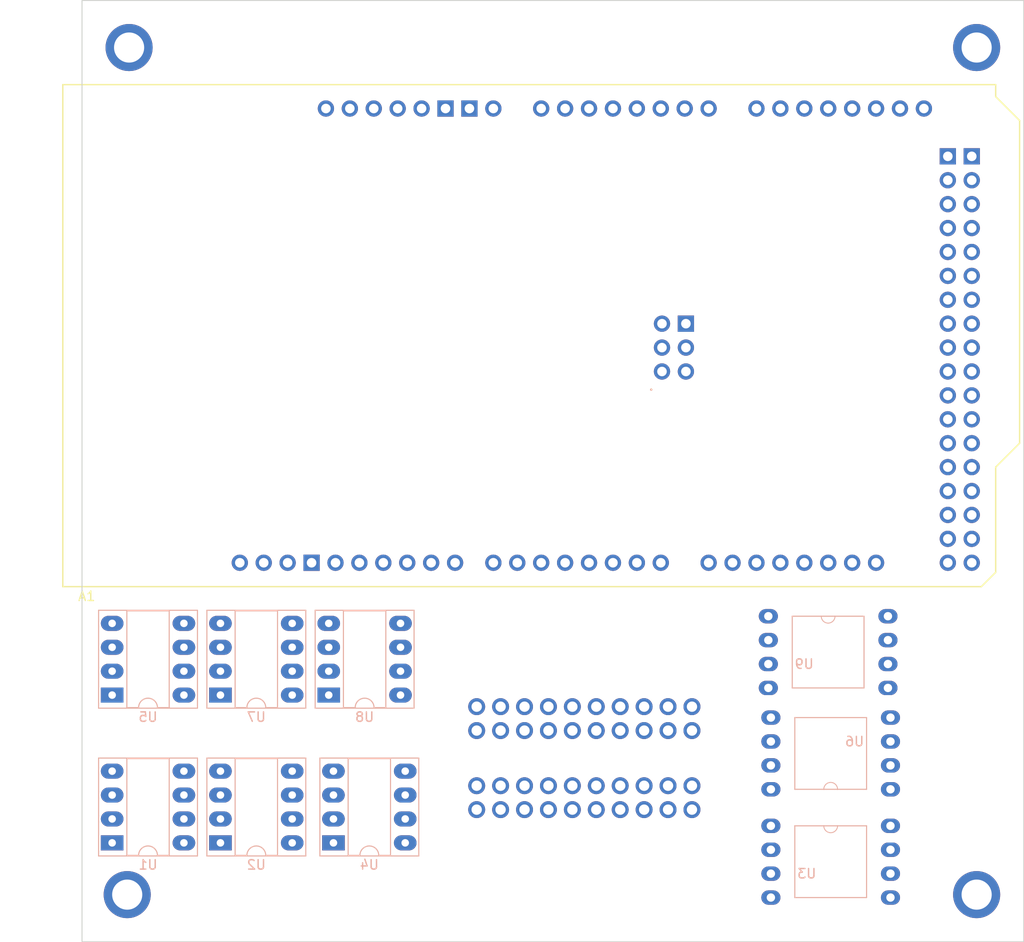
<source format=kicad_pcb>
(kicad_pcb (version 20221018) (generator pcbnew)
  (layers (0 "F.Cu" signal) (31 "B.Cu" signal) (34 "B.Paste" user) (35 "F.Paste" user) (36 "B.SilkS" user "B.Silkscreen") (37 "F.SilkS" user "F.Silkscreen") (38 "B.Mask" user) (39 "F.Mask" user) (44 "Edge.Cuts" user))
  (net 0 "")
  (net 92 "GND")
  (net 93 "+VSW")
  (net 94 "/Coil1")
  (net 95 "/Coil2")
  (net 100 "/Coil3")
  (net 101 "/Coil4")
  (net 102 "/Fuel Relay")
  (net 103 "/Inj1")
  (net 108 "/Inj2")
  (net 109 "/Inj3")
  (net 110 "/Inj4")
  (net 115 "/CrankVr+")
  (net 116 "/CamVr+")
  (net 117 "/CrankHall")
  (net 122 "/CrankVr-")
  (net 123 "/CamHall")
  (net 129 "Net-(U6-Gnd-Pad3)")
  (net 130 "Net-(U6-Out1-Pad5)")
  (net 141 "Net-(U3-Gnd-Pad3)")
  (net 142 "Net-(U3-Out1-Pad5)")
  (net 150 "Net-(U9-Gnd-Pad3)")
  (net 151 "Net-(U9-Out1-Pad5)")
  (footprint "Library:MQS40P" (layer "F.Cu") (at 185.34 133 180)
    (fp_text reference "J1" hide)
    (fp_text value "~")
    (pad "" np_thru_hole circle (at 13.23 10.8 180) (size 2.15 2.15) (drill 2.15) (layers "F&B.Cu" "*.Mask"))
    (pad "1" thru_hole circle (at -11.43 5.47 90) (size 1.8 1.8) (drill 1.1) (layers "*.Cu" "*.Mask") (net 115 "/CrankVr+"))
    (pad "2" thru_hole circle (at -8.89 5.47 90) (size 1.8 1.8) (drill 1.1) (layers "*.Cu" "*.Mask") (net 116 "/CamVr+"))
    (pad "3" thru_hole circle (at -6.35 5.47 90) (size 1.8 1.8) (drill 1.1) (layers "*.Cu" "*.Mask") (net 117 "/CrankHall"))
    (pad "4" thru_hole circle (at -3.81 5.47 90) (size 1.8 1.8) (drill 1.1) (layers "*.Cu" "*.Mask"))
    (pad "5" thru_hole circle (at -1.27 5.47 90) (size 1.8 1.8) (drill 1.1) (layers "*.Cu" "*.Mask"))
    (pad "6" thru_hole circle (at 1.27 5.47 90) (size 1.8 1.8) (drill 1.1) (layers "*.Cu" "*.Mask"))
    (pad "7" thru_hole circle (at 3.81 5.47 90) (size 1.8 1.8) (drill 1.1) (layers "*.Cu" "*.Mask"))
    (pad "8" thru_hole circle (at 6.35 5.47 90) (size 1.8 1.8) (drill 1.1) (layers "*.Cu" "*.Mask"))
    (pad "9" thru_hole circle (at 8.89 5.47 90) (size 1.8 1.8) (drill 1.1) (layers "*.Cu" "*.Mask"))
    (pad "10" thru_hole circle (at 11.43 5.47 90) (size 1.8 1.8) (drill 1.1) (layers "*.Cu" "*.Mask"))
    (pad "11" thru_hole circle (at -11.43 2.93 90) (size 1.8 1.8) (drill 1.1) (layers "*.Cu" "*.Mask") (net 122 "/CrankVr-"))
    (pad "12" thru_hole circle (at -8.89 2.93 90) (size 1.8 1.8) (drill 1.1) (layers "*.Cu" "*.Mask") (net 116 "/CamVr+"))
    (pad "13" thru_hole circle (at -6.35 2.93 90) (size 1.8 1.8) (drill 1.1) (layers "*.Cu" "*.Mask") (net 123 "/CamHall"))
    (pad "14" thru_hole circle (at -3.81 2.93 90) (size 1.8 1.8) (drill 1.1) (layers "*.Cu" "*.Mask"))
    (pad "15" thru_hole circle (at -1.27 2.93 90) (size 1.8 1.8) (drill 1.1) (layers "*.Cu" "*.Mask"))
    (pad "16" thru_hole circle (at 1.27 2.93 90) (size 1.8 1.8) (drill 1.1) (layers "*.Cu" "*.Mask"))
    (pad "17" thru_hole circle (at 3.81 2.93 90) (size 1.8 1.8) (drill 1.1) (layers "*.Cu" "*.Mask"))
    (pad "18" thru_hole circle (at 6.35 2.93 90) (size 1.8 1.8) (drill 1.1) (layers "*.Cu" "*.Mask"))
    (pad "19" thru_hole circle (at 8.89 2.93 90) (size 1.8 1.8) (drill 1.1) (layers "*.Cu" "*.Mask"))
    (pad "20" thru_hole circle (at 11.43 2.93 90) (size 1.8 1.8) (drill 1.1) (layers "*.Cu" "*.Mask"))
    (pad "21" thru_hole circle (at -11.43 -2.93 90) (size 1.8 1.8) (drill 1.1) (layers "*.Cu" "*.Mask") (net 92 "GND"))
    (pad "22" thru_hole circle (at -8.89 -2.93 90) (size 1.8 1.8) (drill 1.1) (layers "*.Cu" "*.Mask") (net 93 "+VSW"))
    (pad "23" thru_hole circle (at -6.35 -2.93 90) (size 1.8 1.8) (drill 1.1) (layers "*.Cu" "*.Mask") (net 94 "/Coil1"))
    (pad "24" thru_hole circle (at -3.81 -2.93 90) (size 1.8 1.8) (drill 1.1) (layers "*.Cu" "*.Mask") (net 95 "/Coil2"))
    (pad "25" thru_hole circle (at -1.27 -2.93 90) (size 1.8 1.8) (drill 1.1) (layers "*.Cu" "*.Mask") (net 100 "/Coil3"))
    (pad "26" thru_hole circle (at 1.27 -2.93 90) (size 1.8 1.8) (drill 1.1) (layers "*.Cu" "*.Mask") (net 101 "/Coil4"))
    (pad "27" thru_hole circle (at 3.81 -2.93 90) (size 1.8 1.8) (drill 1.1) (layers "*.Cu" "*.Mask"))
    (pad "28" thru_hole circle (at 6.35 -2.93 90) (size 1.8 1.8) (drill 1.1) (layers "*.Cu" "*.Mask"))
    (pad "29" thru_hole circle (at 8.89 -2.93 90) (size 1.8 1.8) (drill 1.1) (layers "*.Cu" "*.Mask"))
    (pad "30" thru_hole circle (at 11.43 -2.93 90) (size 1.8 1.8) (drill 1.1) (layers "*.Cu" "*.Mask"))
    (pad "31" thru_hole circle (at -11.43 -5.47 90) (size 1.8 1.8) (drill 1.1) (layers "*.Cu" "*.Mask") (net 92 "GND"))
    (pad "32" thru_hole circle (at -8.89 -5.47 90) (size 1.8 1.8) (drill 1.1) (layers "*.Cu" "*.Mask") (net 102 "/Fuel Relay"))
    (pad "33" thru_hole circle (at -6.35 -5.47 90) (size 1.8 1.8) (drill 1.1) (layers "*.Cu" "*.Mask") (net 103 "/Inj1"))
    (pad "34" thru_hole circle (at -3.81 -5.47 90) (size 1.8 1.8) (drill 1.1) (layers "*.Cu" "*.Mask") (net 108 "/Inj2"))
    (pad "35" thru_hole circle (at -1.27 -5.47 90) (size 1.8 1.8) (drill 1.1) (layers "*.Cu" "*.Mask") (net 109 "/Inj3"))
    (pad "36" thru_hole circle (at 1.27 -5.47 90) (size 1.8 1.8) (drill 1.1) (layers "*.Cu" "*.Mask") (net 110 "/Inj4"))
    (pad "37" thru_hole circle (at 3.81 -5.47 90) (size 1.8 1.8) (drill 1.1) (layers "*.Cu" "*.Mask"))
    (pad "38" thru_hole circle (at 6.35 -5.47 90) (size 1.8 1.8) (drill 1.1) (layers "*.Cu" "*.Mask"))
    (pad "39" thru_hole circle (at 8.89 -5.47 90) (size 1.8 1.8) (drill 1.1) (layers "*.Cu" "*.Mask"))
    (pad "40" thru_hole circle (at 11.43 -5.47 90) (size 1.8 1.8) (drill 1.1) (layers "*.Cu" "*.Mask"))
  )
  (footprint "Package_DIP:DIP-8_W7.62mm_Socket_LongPads" (layer "B.Cu") (at 146.7 142)
    (fp_text reference "U2" (at 3.81 2.33) (layer "B.SilkS") (effects (justify mirror)))
    (fp_text value "LS_Driverv2")
    (fp_line (start -1.44 -9.01) (end 9.06 -9.01) (stroke (width 0.12)) (layer "B.SilkS"))
    (fp_line (start -1.44 1.39) (end -1.44 -9.01) (stroke (width 0.12)) (layer "B.SilkS"))
    (fp_line (start 1.56 -8.95) (end 6.06 -8.95) (stroke (width 0.12)) (layer "B.SilkS"))
    (fp_line (start 1.56 1.33) (end 1.56 -8.95) (stroke (width 0.12)) (layer "B.SilkS"))
    (fp_line (start 2.81 1.33) (end 1.56 1.33) (stroke (width 0.12)) (layer "B.SilkS"))
    (fp_line (start 6.06 -8.95) (end 6.06 1.33) (stroke (width 0.12)) (layer "B.SilkS"))
    (fp_line (start 6.06 1.33) (end 4.81 1.33) (stroke (width 0.12)) (layer "B.SilkS"))
    (fp_line (start 9.06 -9.01) (end 9.06 1.39) (stroke (width 0.12)) (layer "B.SilkS"))
    (fp_line (start 9.06 1.39) (end -1.44 1.39) (stroke (width 0.12)) (layer "B.SilkS"))
    (fp_arc (start 2.81 1.33) (mid 3.81 0.33) (end 4.81 1.33) (stroke (width 0.12)) (layer "B.SilkS"))
    (pad "1" thru_hole rect (at 0 0) (size 2.4 1.6) (drill 0.8) (layers "*.Cu" "*.Mask"))
    (pad "2" thru_hole oval (at 0 -2.54) (size 2.4 1.6) (drill 0.8) (layers "*.Cu" "*.Mask"))
    (pad "3" thru_hole oval (at 0 -5.08) (size 2.4 1.6) (drill 0.8) (layers "*.Cu" "*.Mask") (net 92 "GND"))
    (pad "4" thru_hole oval (at 0 -7.62) (size 2.4 1.6) (drill 0.8) (layers "*.Cu" "*.Mask") (net 92 "GND"))
    (pad "5" thru_hole oval (at 7.62 -7.62) (size 2.4 1.6) (drill 0.8) (layers "*.Cu" "*.Mask") (net 103 "/Inj1"))
    (pad "6" thru_hole oval (at 7.62 -5.08) (size 2.4 1.6) (drill 0.8) (layers "*.Cu" "*.Mask") (net 103 "/Inj1"))
    (pad "7" thru_hole oval (at 7.62 -2.54) (size 2.4 1.6) (drill 0.8) (layers "*.Cu" "*.Mask") (net 93 "+VSW"))
    (pad "8" thru_hole oval (at 7.62 0) (size 2.4 1.6) (drill 0.8) (layers "*.Cu" "*.Mask"))
  )
  (footprint "Package_DIP:DIP-8_W7.62mm_Socket_LongPads" (layer "B.Cu") (at 135.2 142)
    (fp_text reference "U1" (at 3.81 2.33) (layer "B.SilkS") (effects (justify mirror)))
    (fp_text value "LS_Driverv2")
    (fp_line (start -1.44 -9.01) (end 9.06 -9.01) (stroke (width 0.12)) (layer "B.SilkS"))
    (fp_line (start -1.44 1.39) (end -1.44 -9.01) (stroke (width 0.12)) (layer "B.SilkS"))
    (fp_line (start 1.56 -8.95) (end 6.06 -8.95) (stroke (width 0.12)) (layer "B.SilkS"))
    (fp_line (start 1.56 1.33) (end 1.56 -8.95) (stroke (width 0.12)) (layer "B.SilkS"))
    (fp_line (start 2.81 1.33) (end 1.56 1.33) (stroke (width 0.12)) (layer "B.SilkS"))
    (fp_line (start 6.06 -8.95) (end 6.06 1.33) (stroke (width 0.12)) (layer "B.SilkS"))
    (fp_line (start 6.06 1.33) (end 4.81 1.33) (stroke (width 0.12)) (layer "B.SilkS"))
    (fp_line (start 9.06 -9.01) (end 9.06 1.39) (stroke (width 0.12)) (layer "B.SilkS"))
    (fp_line (start 9.06 1.39) (end -1.44 1.39) (stroke (width 0.12)) (layer "B.SilkS"))
    (fp_arc (start 2.81 1.33) (mid 3.81 0.33) (end 4.81 1.33) (stroke (width 0.12)) (layer "B.SilkS"))
    (pad "1" thru_hole rect (at 0 0) (size 2.4 1.6) (drill 0.8) (layers "*.Cu" "*.Mask"))
    (pad "2" thru_hole oval (at 0 -2.54) (size 2.4 1.6) (drill 0.8) (layers "*.Cu" "*.Mask"))
    (pad "3" thru_hole oval (at 0 -5.08) (size 2.4 1.6) (drill 0.8) (layers "*.Cu" "*.Mask") (net 92 "GND"))
    (pad "4" thru_hole oval (at 0 -7.62) (size 2.4 1.6) (drill 0.8) (layers "*.Cu" "*.Mask") (net 92 "GND"))
    (pad "5" thru_hole oval (at 7.62 -7.62) (size 2.4 1.6) (drill 0.8) (layers "*.Cu" "*.Mask") (net 103 "/Inj1"))
    (pad "6" thru_hole oval (at 7.62 -5.08) (size 2.4 1.6) (drill 0.8) (layers "*.Cu" "*.Mask") (net 103 "/Inj1"))
    (pad "7" thru_hole oval (at 7.62 -2.54) (size 2.4 1.6) (drill 0.8) (layers "*.Cu" "*.Mask") (net 93 "+VSW"))
    (pad "8" thru_hole oval (at 7.62 0) (size 2.4 1.6) (drill 0.8) (layers "*.Cu" "*.Mask"))
  )
  (footprint "PCM_arduino-library:Arduino_Mega2560_R3_Shield" (layer "B.Cu") (at 129.96 61.44)
    (fp_text reference "A1" (at 2.54 54.356) (layer "F.SilkS"))
    (fp_text value "Arduino_Mega2560_R3_Shield")
    (fp_text user "." (at 62.484 32.004) (layer "B.SilkS") (effects (justify mirror)))
    (fp_text user "." (at 62.484 32.004) (layer "F.SilkS") (effects (justify mirror)))
    (fp_line (start 0 0) (end 99.06 0) (stroke (width 0.15)) (layer "F.SilkS"))
    (fp_line (start 0 53.34) (end 0 0) (stroke (width 0.15)) (layer "F.SilkS"))
    (fp_line (start 0 53.34) (end 97.536 53.34) (stroke (width 0.15)) (layer "F.SilkS"))
    (fp_line (start 97.536 53.34) (end 99.06 51.816) (stroke (width 0.15)) (layer "F.SilkS"))
    (fp_line (start 99.06 0) (end 99.06 1.27) (stroke (width 0.15)) (layer "F.SilkS"))
    (fp_line (start 99.06 1.27) (end 101.6 3.81) (stroke (width 0.15)) (layer "F.SilkS"))
    (fp_line (start 99.06 40.64) (end 99.06 51.816) (stroke (width 0.15)) (layer "F.SilkS"))
    (fp_line (start 101.6 3.81) (end 101.6 38.1) (stroke (width 0.15)) (layer "F.SilkS"))
    (fp_line (start 101.6 38.1) (end 99.06 40.64) (stroke (width 0.15)) (layer "F.SilkS"))
    (pad "" np_thru_hole circle (at 13.97 2.54) (size 3.2 3.2) (drill 3.2) (layers "*.Cu" "*.Mask"))
    (pad "" np_thru_hole circle (at 15.24 50.8) (size 3.2 3.2) (drill 3.2) (layers "*.Cu" "*.Mask"))
    (pad "" thru_hole oval (at 27.94 2.54) (size 1.7272 1.7272) (drill 1.016) (layers "*.Cu" "*.Mask"))
    (pad "" np_thru_hole circle (at 66.04 7.62) (size 3.2 3.2) (drill 3.2) (layers "*.Cu" "*.Mask"))
    (pad "" np_thru_hole circle (at 66.04 35.56) (size 3.2 3.2) (drill 3.2) (layers "*.Cu" "*.Mask"))
    (pad "" np_thru_hole circle (at 90.17 50.8) (size 3.2 3.2) (drill 3.2) (layers "*.Cu" "*.Mask"))
    (pad "" np_thru_hole circle (at 96.52 2.54) (size 3.2 3.2) (drill 3.2) (layers "*.Cu" "*.Mask"))
    (pad "3V3" thru_hole oval (at 35.56 2.54) (size 1.7272 1.7272) (drill 1.016) (layers "*.Cu" "*.Mask"))
    (pad "5V1" thru_hole oval (at 38.1 2.54) (size 1.7272 1.7272) (drill 1.016) (layers "*.Cu" "*.Mask"))
    (pad "5V2" thru_hole oval (at 66.167 30.48) (size 1.7272 1.7272) (drill 1.016) (layers "*.Cu" "*.Mask"))
    (pad "5V3" thru_hole oval (at 93.98 50.8) (size 1.7272 1.7272) (drill 1.016) (layers "*.Cu" "*.Mask"))
    (pad "5V4" thru_hole oval (at 96.52 50.8) (size 1.7272 1.7272) (drill 1.016) (layers "*.Cu" "*.Mask"))
    (pad "A0" thru_hole oval (at 50.8 2.54) (size 1.7272 1.7272) (drill 1.016) (layers "*.Cu" "*.Mask"))
    (pad "A1" thru_hole oval (at 53.34 2.54) (size 1.7272 1.7272) (drill 1.016) (layers "*.Cu" "*.Mask"))
    (pad "A2" thru_hole oval (at 55.88 2.54) (size 1.7272 1.7272) (drill 1.016) (layers "*.Cu" "*.Mask"))
    (pad "A3" thru_hole oval (at 58.42 2.54) (size 1.7272 1.7272) (drill 1.016) (layers "*.Cu" "*.Mask"))
    (pad "A4" thru_hole oval (at 60.96 2.54) (size 1.7272 1.7272) (drill 1.016) (layers "*.Cu" "*.Mask"))
    (pad "A5" thru_hole oval (at 63.5 2.54) (size 1.7272 1.7272) (drill 1.016) (layers "*.Cu" "*.Mask"))
    (pad "A6" thru_hole oval (at 66.04 2.54) (size 1.7272 1.7272) (drill 1.016) (layers "*.Cu" "*.Mask"))
    (pad "A7" thru_hole oval (at 68.58 2.54) (size 1.7272 1.7272) (drill 1.016) (layers "*.Cu" "*.Mask"))
    (pad "A8" thru_hole oval (at 73.66 2.54) (size 1.7272 1.7272) (drill 1.016) (layers "*.Cu" "*.Mask"))
    (pad "A9" thru_hole oval (at 76.2 2.54) (size 1.7272 1.7272) (drill 1.016) (layers "*.Cu" "*.Mask"))
    (pad "A10" thru_hole oval (at 78.74 2.54) (size 1.7272 1.7272) (drill 1.016) (layers "*.Cu" "*.Mask"))
    (pad "A11" thru_hole oval (at 81.28 2.54) (size 1.7272 1.7272) (drill 1.016) (layers "*.Cu" "*.Mask"))
    (pad "A12" thru_hole oval (at 83.82 2.54) (size 1.7272 1.7272) (drill 1.016) (layers "*.Cu" "*.Mask"))
    (pad "A13" thru_hole oval (at 86.36 2.54) (size 1.7272 1.7272) (drill 1.016) (layers "*.Cu" "*.Mask"))
    (pad "A14" thru_hole oval (at 88.9 2.54) (size 1.7272 1.7272) (drill 1.016) (layers "*.Cu" "*.Mask"))
    (pad "A15" thru_hole oval (at 91.44 2.54) (size 1.7272 1.7272) (drill 1.016) (layers "*.Cu" "*.Mask"))
    (pad "AREF" thru_hole oval (at 23.876 50.8) (size 1.7272 1.7272) (drill 1.016) (layers "*.Cu" "*.Mask"))
    (pad "D0" thru_hole oval (at 63.5 50.8) (size 1.7272 1.7272) (drill 1.016) (layers "*.Cu" "*.Mask"))
    (pad "D1" thru_hole oval (at 60.96 50.8) (size 1.7272 1.7272) (drill 1.016) (layers "*.Cu" "*.Mask"))
    (pad "D2" thru_hole oval (at 58.42 50.8) (size 1.7272 1.7272) (drill 1.016) (layers "*.Cu" "*.Mask"))
    (pad "D3" thru_hole oval (at 55.88 50.8) (size 1.7272 1.7272) (drill 1.016) (layers "*.Cu" "*.Mask"))
    (pad "D4" thru_hole oval (at 53.34 50.8) (size 1.7272 1.7272) (drill 1.016) (layers "*.Cu" "*.Mask"))
    (pad "D5" thru_hole oval (at 50.8 50.8) (size 1.7272 1.7272) (drill 1.016) (layers "*.Cu" "*.Mask"))
    (pad "D6" thru_hole oval (at 48.26 50.8) (size 1.7272 1.7272) (drill 1.016) (layers "*.Cu" "*.Mask"))
    (pad "D7" thru_hole oval (at 45.72 50.8) (size 1.7272 1.7272) (drill 1.016) (layers "*.Cu" "*.Mask"))
    (pad "D8" thru_hole oval (at 41.656 50.8) (size 1.7272 1.7272) (drill 1.016) (layers "*.Cu" "*.Mask"))
    (pad "D9" thru_hole oval (at 39.116 50.8) (size 1.7272 1.7272) (drill 1.016) (layers "*.Cu" "*.Mask"))
    (pad "D10" thru_hole oval (at 36.576 50.8) (size 1.7272 1.7272) (drill 1.016) (layers "*.Cu" "*.Mask"))
    (pad "D11" thru_hole oval (at 34.036 50.8) (size 1.7272 1.7272) (drill 1.016) (layers "*.Cu" "*.Mask"))
    (pad "D12" thru_hole oval (at 31.496 50.8) (size 1.7272 1.7272) (drill 1.016) (layers "*.Cu" "*.Mask"))
    (pad "D13" thru_hole oval (at 28.956 50.8) (size 1.7272 1.7272) (drill 1.016) (layers "*.Cu" "*.Mask"))
    (pad "D14" thru_hole oval (at 68.58 50.8) (size 1.7272 1.7272) (drill 1.016) (layers "*.Cu" "*.Mask"))
    (pad "D15" thru_hole oval (at 71.12 50.8) (size 1.7272 1.7272) (drill 1.016) (layers "*.Cu" "*.Mask"))
    (pad "D16" thru_hole oval (at 73.66 50.8) (size 1.7272 1.7272) (drill 1.016) (layers "*.Cu" "*.Mask"))
    (pad "D17" thru_hole oval (at 76.2 50.8) (size 1.7272 1.7272) (drill 1.016) (layers "*.Cu" "*.Mask"))
    (pad "D18" thru_hole oval (at 78.74 50.8) (size 1.7272 1.7272) (drill 1.016) (layers "*.Cu" "*.Mask"))
    (pad "D19" thru_hole oval (at 81.28 50.8) (size 1.7272 1.7272) (drill 1.016) (layers "*.Cu" "*.Mask"))
    (pad "D20" thru_hole oval (at 83.82 50.8) (size 1.7272 1.7272) (drill 1.016) (layers "*.Cu" "*.Mask"))
    (pad "D21" thru_hole oval (at 86.36 50.8) (size 1.7272 1.7272) (drill 1.016) (layers "*.Cu" "*.Mask"))
    (pad "D22" thru_hole oval (at 93.98 48.26) (size 1.7272 1.7272) (drill 1.016) (layers "*.Cu" "*.Mask"))
    (pad "D23" thru_hole oval (at 96.52 48.26) (size 1.7272 1.7272) (drill 1.016) (layers "*.Cu" "*.Mask"))
    (pad "D24" thru_hole oval (at 93.98 45.72) (size 1.7272 1.7272) (drill 1.016) (layers "*.Cu" "*.Mask"))
    (pad "D25" thru_hole oval (at 96.52 45.72) (size 1.7272 1.7272) (drill 1.016) (layers "*.Cu" "*.Mask"))
    (pad "D26" thru_hole oval (at 93.98 43.18) (size 1.7272 1.7272) (drill 1.016) (layers "*.Cu" "*.Mask"))
    (pad "D27" thru_hole oval (at 96.52 43.18) (size 1.7272 1.7272) (drill 1.016) (layers "*.Cu" "*.Mask"))
    (pad "D28" thru_hole oval (at 93.98 40.64) (size 1.7272 1.7272) (drill 1.016) (layers "*.Cu" "*.Mask"))
    (pad "D29" thru_hole oval (at 96.52 40.64) (size 1.7272 1.7272) (drill 1.016) (layers "*.Cu" "*.Mask"))
    (pad "D30" thru_hole oval (at 93.98 38.1) (size 1.7272 1.7272) (drill 1.016) (layers "*.Cu" "*.Mask"))
    (pad "D31" thru_hole oval (at 96.52 38.1) (size 1.7272 1.7272) (drill 1.016) (layers "*.Cu" "*.Mask"))
    (pad "D32" thru_hole oval (at 93.98 35.56) (size 1.7272 1.7272) (drill 1.016) (layers "*.Cu" "*.Mask"))
    (pad "D33" thru_hole oval (at 96.52 35.56) (size 1.7272 1.7272) (drill 1.016) (layers "*.Cu" "*.Mask"))
    (pad "D34" thru_hole oval (at 93.98 33.02) (size 1.7272 1.7272) (drill 1.016) (layers "*.Cu" "*.Mask"))
    (pad "D35" thru_hole oval (at 96.52 33.02) (size 1.7272 1.7272) (drill 1.016) (layers "*.Cu" "*.Mask"))
    (pad "D36" thru_hole oval (at 93.98 30.48) (size 1.7272 1.7272) (drill 1.016) (layers "*.Cu" "*.Mask"))
    (pad "D37" thru_hole oval (at 96.52 30.48) (size 1.7272 1.7272) (drill 1.016) (layers "*.Cu" "*.Mask"))
    (pad "D38" thru_hole oval (at 93.98 27.94) (size 1.7272 1.7272) (drill 1.016) (layers "*.Cu" "*.Mask"))
    (pad "D39" thru_hole oval (at 96.52 27.94) (size 1.7272 1.7272) (drill 1.016) (layers "*.Cu" "*.Mask"))
    (pad "D40" thru_hole oval (at 93.98 25.4) (size 1.7272 1.7272) (drill 1.016) (layers "*.Cu" "*.Mask"))
    (pad "D41" thru_hole oval (at 96.52 25.4) (size 1.7272 1.7272) (drill 1.016) (layers "*.Cu" "*.Mask"))
    (pad "D42" thru_hole oval (at 93.98 22.86) (size 1.7272 1.7272) (drill 1.016) (layers "*.Cu" "*.Mask"))
    (pad "D43" thru_hole oval (at 96.52 22.86) (size 1.7272 1.7272) (drill 1.016) (layers "*.Cu" "*.Mask"))
    (pad "D44" thru_hole oval (at 93.98 20.32) (size 1.7272 1.7272) (drill 1.016) (layers "*.Cu" "*.Mask"))
    (pad "D45" thru_hole oval (at 96.52 20.32) (size 1.7272 1.7272) (drill 1.016) (layers "*.Cu" "*.Mask"))
    (pad "D46" thru_hole oval (at 93.98 17.78) (size 1.7272 1.7272) (drill 1.016) (layers "*.Cu" "*.Mask"))
    (pad "D47" thru_hole oval (at 96.52 17.78) (size 1.7272 1.7272) (drill 1.016) (layers "*.Cu" "*.Mask"))
    (pad "D48" thru_hole oval (at 93.98 15.24) (size 1.7272 1.7272) (drill 1.016) (layers "*.Cu" "*.Mask"))
    (pad "D49" thru_hole oval (at 96.52 15.24) (size 1.7272 1.7272) (drill 1.016) (layers "*.Cu" "*.Mask"))
    (pad "D50" thru_hole oval (at 93.98 12.7) (size 1.7272 1.7272) (drill 1.016) (layers "*.Cu" "*.Mask"))
    (pad "D51" thru_hole oval (at 96.52 12.7) (size 1.7272 1.7272) (drill 1.016) (layers "*.Cu" "*.Mask"))
    (pad "D52" thru_hole oval (at 93.98 10.16) (size 1.7272 1.7272) (drill 1.016) (layers "*.Cu" "*.Mask"))
    (pad "D53" thru_hole oval (at 96.52 10.16) (size 1.7272 1.7272) (drill 1.016) (layers "*.Cu" "*.Mask"))
    (pad "GND1" thru_hole rect (at 26.416 50.8) (size 1.7272 1.7272) (drill 1.016) (layers "*.Cu" "*.Mask"))
    (pad "GND2" thru_hole rect (at 40.64 2.54) (size 1.7272 1.7272) (drill 1.016) (layers "*.Cu" "*.Mask"))
    (pad "GND3" thru_hole rect (at 43.18 2.54) (size 1.7272 1.7272) (drill 1.016) (layers "*.Cu" "*.Mask"))
    (pad "GND4" thru_hole rect (at 66.167 25.4) (size 1.7272 1.7272) (drill 1.016) (layers "*.Cu" "*.Mask"))
    (pad "GND5" thru_hole rect (at 93.98 7.62) (size 1.7272 1.7272) (drill 1.016) (layers "*.Cu" "*.Mask"))
    (pad "GND6" thru_hole rect (at 96.52 7.62) (size 1.7272 1.7272) (drill 1.016) (layers "*.Cu" "*.Mask"))
    (pad "IORF" thru_hole oval (at 30.48 2.54) (size 1.7272 1.7272) (drill 1.016) (layers "*.Cu" "*.Mask"))
    (pad "MISO" thru_hole oval (at 63.627 30.48) (size 1.7272 1.7272) (drill 1.016) (layers "*.Cu" "*.Mask"))
    (pad "MOSI" thru_hole oval (at 66.167 27.94) (size 1.7272 1.7272) (drill 1.016) (layers "*.Cu" "*.Mask"))
    (pad "RST1" thru_hole oval (at 33.02 2.54) (size 1.7272 1.7272) (drill 1.016) (layers "*.Cu" "*.Mask"))
    (pad "RST2" thru_hole oval (at 63.627 25.4) (size 1.7272 1.7272) (drill 1.016) (layers "*.Cu" "*.Mask"))
    (pad "SCK" thru_hole oval (at 63.627 27.94) (size 1.7272 1.7272) (drill 1.016) (layers "*.Cu" "*.Mask"))
    (pad "SCL" thru_hole oval (at 18.796 50.8) (size 1.7272 1.7272) (drill 1.016) (layers "*.Cu" "*.Mask"))
    (pad "SDA" thru_hole oval (at 21.336 50.8) (size 1.7272 1.7272) (drill 1.016) (layers "*.Cu" "*.Mask"))
    (pad "VIN" thru_hole oval (at 45.72 2.54) (size 1.7272 1.7272) (drill 1.016) (layers "*.Cu" "*.Mask"))
  )
  (footprint "ModEFI_Modules:Sw_driverV1" (layer "B.Cu") (at 212.5 123 180)
    (fp_text reference "U9" (at 3.81 0) (layer "B.SilkS") (effects (justify mirror)))
    (fp_text value "Sw_driverV1")
    (fp_line (start -2.54 -2.54) (end 5.08 -2.54) (stroke (width 0.12)) (layer "B.SilkS"))
    (fp_line (start -2.54 5.08) (end -2.54 -2.54) (stroke (width 0.12)) (layer "B.SilkS"))
    (fp_line (start 5.08 -2.54) (end 5.08 5.08) (stroke (width 0.12)) (layer "B.SilkS"))
    (fp_line (start 5.08 5.08) (end -2.54 5.08) (stroke (width 0.12)) (layer "B.SilkS"))
    (fp_arc (start 0.539973 5.098962) (mid 1.270519 4.349727) (end 1.999999 5.1) (stroke (width 0.1)) (layer "B.SilkS"))
    (pad "1" thru_hole oval (at -5.08 5.08 180) (size 2.032 1.524) (drill 0.889) (layers "*.Cu" "*.Mask"))
    (pad "2" thru_hole oval (at -5.08 2.54 180) (size 2.032 1.524) (drill 0.889) (layers "*.Cu" "*.Mask"))
    (pad "3" thru_hole oval (at -5.08 0 180) (size 2.032 1.524) (drill 0.889) (layers "*.Cu" "*.Mask") (net 150 "Net-(U9-Gnd-Pad3)"))
    (pad "4" thru_hole oval (at -5.08 -2.54 180) (size 2.032 1.524) (drill 0.889) (layers "*.Cu" "*.Mask") (net 150 "Net-(U9-Gnd-Pad3)"))
    (pad "5" thru_hole oval (at 7.62 5.08 180) (size 2.032 1.524) (drill 0.889) (layers "*.Cu" "*.Mask") (net 151 "Net-(U9-Out1-Pad5)"))
    (pad "6" thru_hole oval (at 7.62 2.54 180) (size 2.032 1.524) (drill 0.889) (layers "*.Cu" "*.Mask") (net 151 "Net-(U9-Out1-Pad5)"))
    (pad "7" thru_hole oval (at 7.62 0 180) (size 2.032 1.524) (drill 0.889) (layers "*.Cu" "*.Mask"))
    (pad "8" thru_hole oval (at 7.62 -2.54 180) (size 2.032 1.524) (drill 0.889) (layers "*.Cu" "*.Mask"))
  )
  (footprint "ModEFI_Modules:Sw_driverV1" (layer "B.Cu") (at 212.77 145.27 180)
    (fp_text reference "U3" (at 3.81 0) (layer "B.SilkS") (effects (justify mirror)))
    (fp_text value "Sw_driverV1")
    (fp_line (start -2.54 -2.54) (end 5.08 -2.54) (stroke (width 0.12)) (layer "B.SilkS"))
    (fp_line (start -2.54 5.08) (end -2.54 -2.54) (stroke (width 0.12)) (layer "B.SilkS"))
    (fp_line (start 5.08 -2.54) (end 5.08 5.08) (stroke (width 0.12)) (layer "B.SilkS"))
    (fp_line (start 5.08 5.08) (end -2.54 5.08) (stroke (width 0.12)) (layer "B.SilkS"))
    (fp_arc (start 0.539973 5.098962) (mid 1.270519 4.349727) (end 1.999999 5.1) (stroke (width 0.1)) (layer "B.SilkS"))
    (pad "1" thru_hole oval (at -5.08 5.08 180) (size 2.032 1.524) (drill 0.889) (layers "*.Cu" "*.Mask"))
    (pad "2" thru_hole oval (at -5.08 2.54 180) (size 2.032 1.524) (drill 0.889) (layers "*.Cu" "*.Mask"))
    (pad "3" thru_hole oval (at -5.08 0 180) (size 2.032 1.524) (drill 0.889) (layers "*.Cu" "*.Mask") (net 141 "Net-(U3-Gnd-Pad3)"))
    (pad "4" thru_hole oval (at -5.08 -2.54 180) (size 2.032 1.524) (drill 0.889) (layers "*.Cu" "*.Mask") (net 141 "Net-(U3-Gnd-Pad3)"))
    (pad "5" thru_hole oval (at 7.62 5.08 180) (size 2.032 1.524) (drill 0.889) (layers "*.Cu" "*.Mask") (net 142 "Net-(U3-Out1-Pad5)"))
    (pad "6" thru_hole oval (at 7.62 2.54 180) (size 2.032 1.524) (drill 0.889) (layers "*.Cu" "*.Mask") (net 142 "Net-(U3-Out1-Pad5)"))
    (pad "7" thru_hole oval (at 7.62 0 180) (size 2.032 1.524) (drill 0.889) (layers "*.Cu" "*.Mask"))
    (pad "8" thru_hole oval (at 7.62 -2.54 180) (size 2.032 1.524) (drill 0.889) (layers "*.Cu" "*.Mask"))
  )
  (footprint "ModEFI_Modules:Sw_driverV1" (layer "B.Cu") (at 210.23 131.23)
    (fp_text reference "U6" (at 3.81 0 -360) (layer "B.SilkS") (effects (justify mirror)))
    (fp_text value "Sw_driverV1")
    (fp_line (start -2.54 -2.54) (end 5.08 -2.54) (stroke (width 0.12)) (layer "B.SilkS"))
    (fp_line (start -2.54 5.08) (end -2.54 -2.54) (stroke (width 0.12)) (layer "B.SilkS"))
    (fp_line (start 5.08 -2.54) (end 5.08 5.08) (stroke (width 0.12)) (layer "B.SilkS"))
    (fp_line (start 5.08 5.08) (end -2.54 5.08) (stroke (width 0.12)) (layer "B.SilkS"))
    (fp_arc (start 0.539973 5.098962) (mid 1.270519 4.349727) (end 1.999999 5.1) (stroke (width 0.1)) (layer "B.SilkS"))
    (pad "1" thru_hole oval (at -5.08 5.08) (size 2.032 1.524) (drill 0.889) (layers "*.Cu" "*.Mask"))
    (pad "2" thru_hole oval (at -5.08 2.54) (size 2.032 1.524) (drill 0.889) (layers "*.Cu" "*.Mask"))
    (pad "3" thru_hole oval (at -5.08 0) (size 2.032 1.524) (drill 0.889) (layers "*.Cu" "*.Mask") (net 129 "Net-(U6-Gnd-Pad3)"))
    (pad "4" thru_hole oval (at -5.08 -2.54) (size 2.032 1.524) (drill 0.889) (layers "*.Cu" "*.Mask") (net 129 "Net-(U6-Gnd-Pad3)"))
    (pad "5" thru_hole oval (at 7.62 5.08) (size 2.032 1.524) (drill 0.889) (layers "*.Cu" "*.Mask") (net 130 "Net-(U6-Out1-Pad5)"))
    (pad "6" thru_hole oval (at 7.62 2.54) (size 2.032 1.524) (drill 0.889) (layers "*.Cu" "*.Mask") (net 130 "Net-(U6-Out1-Pad5)"))
    (pad "7" thru_hole oval (at 7.62 0) (size 2.032 1.524) (drill 0.889) (layers "*.Cu" "*.Mask"))
    (pad "8" thru_hole oval (at 7.62 -2.54) (size 2.032 1.524) (drill 0.889) (layers "*.Cu" "*.Mask"))
  )
  (footprint "Package_DIP:DIP-8_W7.62mm_Socket_LongPads" (layer "B.Cu") (at 135.2 126.3)
    (fp_text reference "U5" (at 3.81 2.33 -360) (layer "B.SilkS") (effects (justify mirror)))
    (fp_text value "LS_Driverv2")
    (fp_line (start -1.44 -9.01) (end 9.06 -9.01) (stroke (width 0.12)) (layer "B.SilkS"))
    (fp_line (start -1.44 1.39) (end -1.44 -9.01) (stroke (width 0.12)) (layer "B.SilkS"))
    (fp_line (start 1.56 -8.95) (end 6.06 -8.95) (stroke (width 0.12)) (layer "B.SilkS"))
    (fp_line (start 1.56 1.33) (end 1.56 -8.95) (stroke (width 0.12)) (layer "B.SilkS"))
    (fp_line (start 2.81 1.33) (end 1.56 1.33) (stroke (width 0.12)) (layer "B.SilkS"))
    (fp_line (start 6.06 -8.95) (end 6.06 1.33) (stroke (width 0.12)) (layer "B.SilkS"))
    (fp_line (start 6.06 1.33) (end 4.81 1.33) (stroke (width 0.12)) (layer "B.SilkS"))
    (fp_line (start 9.06 -9.01) (end 9.06 1.39) (stroke (width 0.12)) (layer "B.SilkS"))
    (fp_line (start 9.06 1.39) (end -1.44 1.39) (stroke (width 0.12)) (layer "B.SilkS"))
    (fp_arc (start 2.81 1.33) (mid 3.81 0.33) (end 4.81 1.33) (stroke (width 0.12)) (layer "B.SilkS"))
    (pad "1" thru_hole rect (at 0 0) (size 2.4 1.6) (drill 0.8) (layers "*.Cu" "*.Mask"))
    (pad "2" thru_hole oval (at 0 -2.54) (size 2.4 1.6) (drill 0.8) (layers "*.Cu" "*.Mask"))
    (pad "3" thru_hole oval (at 0 -5.08) (size 2.4 1.6) (drill 0.8) (layers "*.Cu" "*.Mask") (net 92 "GND"))
    (pad "4" thru_hole oval (at 0 -7.62) (size 2.4 1.6) (drill 0.8) (layers "*.Cu" "*.Mask") (net 92 "GND"))
    (pad "5" thru_hole oval (at 7.62 -7.62) (size 2.4 1.6) (drill 0.8) (layers "*.Cu" "*.Mask") (net 110 "/Inj4"))
    (pad "6" thru_hole oval (at 7.62 -5.08) (size 2.4 1.6) (drill 0.8) (layers "*.Cu" "*.Mask") (net 110 "/Inj4"))
    (pad "7" thru_hole oval (at 7.62 -2.54) (size 2.4 1.6) (drill 0.8) (layers "*.Cu" "*.Mask") (net 93 "+VSW"))
    (pad "8" thru_hole oval (at 7.62 0) (size 2.4 1.6) (drill 0.8) (layers "*.Cu" "*.Mask"))
  )
  (footprint "Package_DIP:DIP-8_W7.62mm_Socket_LongPads" (layer "B.Cu") (at 158.2 126.3)
    (fp_text reference "U8" (at 3.81 2.33) (layer "B.SilkS") (effects (justify mirror)))
    (fp_text value "LS_Driverv2")
    (fp_line (start -1.44 -9.01) (end 9.06 -9.01) (stroke (width 0.12)) (layer "B.SilkS"))
    (fp_line (start -1.44 1.39) (end -1.44 -9.01) (stroke (width 0.12)) (layer "B.SilkS"))
    (fp_line (start 1.56 -8.95) (end 6.06 -8.95) (stroke (width 0.12)) (layer "B.SilkS"))
    (fp_line (start 1.56 1.33) (end 1.56 -8.95) (stroke (width 0.12)) (layer "B.SilkS"))
    (fp_line (start 2.81 1.33) (end 1.56 1.33) (stroke (width 0.12)) (layer "B.SilkS"))
    (fp_line (start 6.06 -8.95) (end 6.06 1.33) (stroke (width 0.12)) (layer "B.SilkS"))
    (fp_line (start 6.06 1.33) (end 4.81 1.33) (stroke (width 0.12)) (layer "B.SilkS"))
    (fp_line (start 9.06 -9.01) (end 9.06 1.39) (stroke (width 0.12)) (layer "B.SilkS"))
    (fp_line (start 9.06 1.39) (end -1.44 1.39) (stroke (width 0.12)) (layer "B.SilkS"))
    (fp_arc (start 2.81 1.33) (mid 3.81 0.33) (end 4.81 1.33) (stroke (width 0.12)) (layer "B.SilkS"))
    (pad "1" thru_hole rect (at 0 0) (size 2.4 1.6) (drill 0.8) (layers "*.Cu" "*.Mask"))
    (pad "2" thru_hole oval (at 0 -2.54) (size 2.4 1.6) (drill 0.8) (layers "*.Cu" "*.Mask"))
    (pad "3" thru_hole oval (at 0 -5.08) (size 2.4 1.6) (drill 0.8) (layers "*.Cu" "*.Mask") (net 92 "GND"))
    (pad "4" thru_hole oval (at 0 -7.62) (size 2.4 1.6) (drill 0.8) (layers "*.Cu" "*.Mask") (net 92 "GND"))
    (pad "5" thru_hole oval (at 7.62 -7.62) (size 2.4 1.6) (drill 0.8) (layers "*.Cu" "*.Mask") (net 108 "/Inj2"))
    (pad "6" thru_hole oval (at 7.62 -5.08) (size 2.4 1.6) (drill 0.8) (layers "*.Cu" "*.Mask") (net 108 "/Inj2"))
    (pad "7" thru_hole oval (at 7.62 -2.54) (size 2.4 1.6) (drill 0.8) (layers "*.Cu" "*.Mask") (net 93 "+VSW"))
    (pad "8" thru_hole oval (at 7.62 0) (size 2.4 1.6) (drill 0.8) (layers "*.Cu" "*.Mask"))
  )
  (footprint "Package_DIP:DIP-8_W7.62mm_Socket_LongPads" (layer "B.Cu") (at 146.7 126.3)
    (fp_text reference "U7" (at 3.81 2.33) (layer "B.SilkS") (effects (justify mirror)))
    (fp_text value "LS_Driverv2")
    (fp_line (start -1.44 -9.01) (end 9.06 -9.01) (stroke (width 0.12)) (layer "B.SilkS"))
    (fp_line (start -1.44 1.39) (end -1.44 -9.01) (stroke (width 0.12)) (layer "B.SilkS"))
    (fp_line (start 1.56 -8.95) (end 6.06 -8.95) (stroke (width 0.12)) (layer "B.SilkS"))
    (fp_line (start 1.56 1.33) (end 1.56 -8.95) (stroke (width 0.12)) (layer "B.SilkS"))
    (fp_line (start 2.81 1.33) (end 1.56 1.33) (stroke (width 0.12)) (layer "B.SilkS"))
    (fp_line (start 6.06 -8.95) (end 6.06 1.33) (stroke (width 0.12)) (layer "B.SilkS"))
    (fp_line (start 6.06 1.33) (end 4.81 1.33) (stroke (width 0.12)) (layer "B.SilkS"))
    (fp_line (start 9.06 -9.01) (end 9.06 1.39) (stroke (width 0.12)) (layer "B.SilkS"))
    (fp_line (start 9.06 1.39) (end -1.44 1.39) (stroke (width 0.12)) (layer "B.SilkS"))
    (fp_arc (start 2.81 1.33) (mid 3.81 0.33) (end 4.81 1.33) (stroke (width 0.12)) (layer "B.SilkS"))
    (pad "1" thru_hole rect (at 0 0) (size 2.4 1.6) (drill 0.8) (layers "*.Cu" "*.Mask"))
    (pad "2" thru_hole oval (at 0 -2.54) (size 2.4 1.6) (drill 0.8) (layers "*.Cu" "*.Mask"))
    (pad "3" thru_hole oval (at 0 -5.08) (size 2.4 1.6) (drill 0.8) (layers "*.Cu" "*.Mask") (net 92 "GND"))
    (pad "4" thru_hole oval (at 0 -7.62) (size 2.4 1.6) (drill 0.8) (layers "*.Cu" "*.Mask") (net 92 "GND"))
    (pad "5" thru_hole oval (at 7.62 -7.62) (size 2.4 1.6) (drill 0.8) (layers "*.Cu" "*.Mask") (net 103 "/Inj1"))
    (pad "6" thru_hole oval (at 7.62 -5.08) (size 2.4 1.6) (drill 0.8) (layers "*.Cu" "*.Mask") (net 103 "/Inj1"))
    (pad "7" thru_hole oval (at 7.62 -2.54) (size 2.4 1.6) (drill 0.8) (layers "*.Cu" "*.Mask") (net 93 "+VSW"))
    (pad "8" thru_hole oval (at 7.62 0) (size 2.4 1.6) (drill 0.8) (layers "*.Cu" "*.Mask"))
  )
  (footprint "Package_DIP:DIP-8_W7.62mm_Socket_LongPads" (layer "B.Cu") (at 158.7 142)
    (fp_text reference "U4" (at 3.81 2.33) (layer "B.SilkS") (effects (justify mirror)))
    (fp_text value "LS_Driverv2")
    (fp_line (start -1.44 -9.01) (end 9.06 -9.01) (stroke (width 0.12)) (layer "B.SilkS"))
    (fp_line (start -1.44 1.39) (end -1.44 -9.01) (stroke (width 0.12)) (layer "B.SilkS"))
    (fp_line (start 1.56 -8.95) (end 6.06 -8.95) (stroke (width 0.12)) (layer "B.SilkS"))
    (fp_line (start 1.56 1.33) (end 1.56 -8.95) (stroke (width 0.12)) (layer "B.SilkS"))
    (fp_line (start 2.81 1.33) (end 1.56 1.33) (stroke (width 0.12)) (layer "B.SilkS"))
    (fp_line (start 6.06 -8.95) (end 6.06 1.33) (stroke (width 0.12)) (layer "B.SilkS"))
    (fp_line (start 6.06 1.33) (end 4.81 1.33) (stroke (width 0.12)) (layer "B.SilkS"))
    (fp_line (start 9.06 -9.01) (end 9.06 1.39) (stroke (width 0.12)) (layer "B.SilkS"))
    (fp_line (start 9.06 1.39) (end -1.44 1.39) (stroke (width 0.12)) (layer "B.SilkS"))
    (fp_arc (start 2.81 1.33) (mid 3.81 0.33) (end 4.81 1.33) (stroke (width 0.12)) (layer "B.SilkS"))
    (pad "1" thru_hole rect (at 0 0) (size 2.4 1.6) (drill 0.8) (layers "*.Cu" "*.Mask"))
    (pad "2" thru_hole oval (at 0 -2.54) (size 2.4 1.6) (drill 0.8) (layers "*.Cu" "*.Mask"))
    (pad "3" thru_hole oval (at 0 -5.08) (size 2.4 1.6) (drill 0.8) (layers "*.Cu" "*.Mask") (net 92 "GND"))
    (pad "4" thru_hole oval (at 0 -7.62) (size 2.4 1.6) (drill 0.8) (layers "*.Cu" "*.Mask") (net 92 "GND"))
    (pad "5" thru_hole oval (at 7.62 -7.62) (size 2.4 1.6) (drill 0.8) (layers "*.Cu" "*.Mask") (net 109 "/Inj3"))
    (pad "6" thru_hole oval (at 7.62 -5.08) (size 2.4 1.6) (drill 0.8) (layers "*.Cu" "*.Mask") (net 109 "/Inj3"))
    (pad "7" thru_hole oval (at 7.62 -2.54) (size 2.4 1.6) (drill 0.8) (layers "*.Cu" "*.Mask") (net 93 "+VSW"))
    (pad "8" thru_hole oval (at 7.62 0) (size 2.4 1.6) (drill 0.8) (layers "*.Cu" "*.Mask"))
  )
  (gr_rect locked (start 132 52.5) (end 232 152.5) (stroke (width 0.1)) (fill none) (layer "Edge.Cuts"))
  (via (at 227 57.5) (size 5) (drill 3.2) (layers "F.Cu" "B.Cu") (net 0))
  (via (at 227 147.5) (size 5) (drill 3.2) (layers "F.Cu" "B.Cu") (net 0))
  (via (at 137 57.5) (size 5) (drill 3.2) (layers "F.Cu" "B.Cu") (net 0))
  (via (at 136.8 147.5) (size 5) (drill 3.2) (layers "F.Cu" "B.Cu") (net 0))
)
</source>
